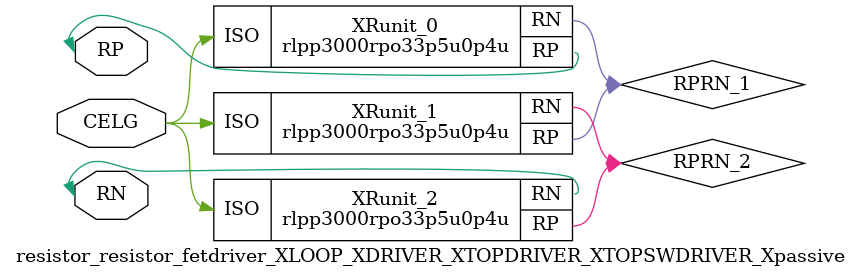
<source format=v>

module rlpp3000rpo33p5u0p4u (RP, RN, ISO);
inout RP;
inout RN;
input ISO;
endmodule

//Celera Confidential Do Not Copy resistor_resistor_fetdriver_XLOOP_XDRIVER_XTOPDRIVER_XTOPSWDRIVER_Xpassive
//Celera Confidential Symbol Generator
//RESISTOR:1000.00KOhm TYPE:poly DFT:no
module resistor_resistor_fetdriver_XLOOP_XDRIVER_XTOPDRIVER_XTOPSWDRIVER_Xpassive (RP,
CELG,
RN);
inout RP;
inout RN;
input CELG;

//Celera Confidential Do Not Copy Runit
rlpp3000rpo33p5u0p4u XRunit_0(
.RP (RP),
.RN (RPRN_1),
.ISO (CELG)
);
rlpp3000rpo33p5u0p4u XRunit_1(
.RP (RPRN_1),
.RN (RPRN_2),
.ISO (CELG)
);
rlpp3000rpo33p5u0p4u XRunit_2(
.RP (RPRN_2),
.RN (RN),
.ISO (CELG)
);

//Celera Confidential Do Not Copy //DieSize,rlpp3000rpo33p5u0p4u

//Die Size Calculator rlpp3000rpo33p5u0p4u
//,diesize,rlpp3000rpo33p5u0p4u,3

//Celera Confidential Do Not Copy Module End
//Celera Schematic Generator
endmodule

</source>
